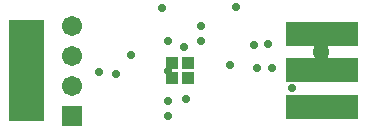
<source format=gbs>
G04*
G04 #@! TF.GenerationSoftware,Altium Limited,Altium Designer,22.9.1 (49)*
G04*
G04 Layer_Color=16711935*
%FSLAX25Y25*%
%MOIN*%
G70*
G04*
G04 #@! TF.SameCoordinates,D6CDF33A-5527-4A7C-ACAA-F1F7B6BCBC96*
G04*
G04*
G04 #@! TF.FilePolarity,Negative*
G04*
G01*
G75*
%ADD15C,0.00394*%
%ADD16C,0.01181*%
%ADD23C,0.00500*%
%ADD27R,0.03950X0.04343*%
%ADD28R,0.24422X0.08280*%
%ADD32C,0.06706*%
%ADD33R,0.06706X0.06706*%
%ADD34C,0.02769*%
G36*
X51181Y37402D02*
X39370D01*
Y70866D01*
X51181D01*
Y37402D01*
D02*
G37*
G36*
X142374Y57354D02*
X141133Y58932D01*
Y62007D01*
X142480Y63354D01*
X144480D01*
X145783Y62051D01*
X145859Y58971D01*
X144587Y57354D01*
X142374D01*
D02*
G37*
D15*
X143480Y58223D02*
D03*
D16*
X143500Y61000D02*
D03*
D23*
X141133Y59593D02*
G03*
X145828Y59593I2348J111D01*
G01*
Y60865D02*
G03*
X141133Y60865I-2348J137D01*
G01*
X145828Y59593D02*
Y60865D01*
X141133Y59593D02*
Y60865D01*
D27*
X99181Y51595D02*
D03*
X93669D02*
D03*
X99181Y56595D02*
D03*
X93669D02*
D03*
D28*
X143701Y41831D02*
D03*
Y54134D02*
D03*
Y66437D02*
D03*
D32*
X60500Y69000D02*
D03*
Y59000D02*
D03*
Y49000D02*
D03*
D33*
Y39000D02*
D03*
D34*
X122047Y55118D02*
D03*
X126969D02*
D03*
X113066Y55952D02*
D03*
X90551Y74803D02*
D03*
X98405Y44752D02*
D03*
X97669Y62087D02*
D03*
X125674Y63000D02*
D03*
X115150Y75283D02*
D03*
X133858Y48228D02*
D03*
X80122Y59295D02*
D03*
X92500Y44000D02*
D03*
X103500Y69000D02*
D03*
Y63953D02*
D03*
X92500Y54000D02*
D03*
X69500Y53500D02*
D03*
X92500Y39000D02*
D03*
X121000Y62500D02*
D03*
X92500Y64000D02*
D03*
X143701Y54134D02*
D03*
X75000Y53000D02*
D03*
M02*

</source>
